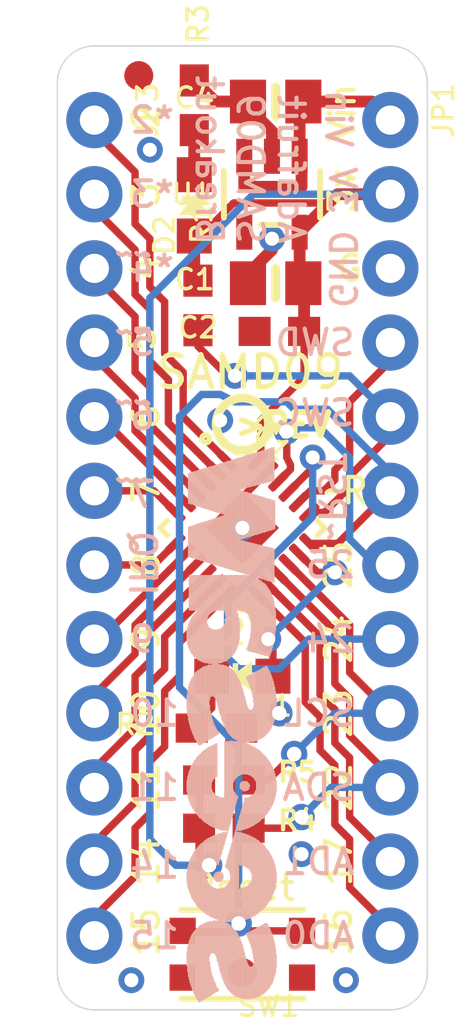
<source format=kicad_pcb>
(kicad_pcb (version 20211014) (generator pcbnew)
  (layers (0 "F.Cu" signal) (31 "B.Cu" signal) (34 "B.Paste" user) (35 "F.Paste" user) (36 "B.SilkS" user "B.Silkscreen") (37 "F.SilkS" user "F.Silkscreen") (38 "B.Mask" user) (39 "F.Mask" user) (44 "Edge.Cuts" user))
  (net 0 "")
  (net 1 "SWDIO")
  (net 2 "SWCLK")
  (net 3 "GND")
  (net 4 "3.3V")
  (net 5 "~{RESET}")
  (net 6 "+5V")
  (net 7 "PA02")
  (net 8 "PA03")
  (net 9 "PA04")
  (net 10 "PA05")
  (net 11 "PA06")
  (net 12 "PA07")
  (net 13 "PA09")
  (net 14 "PA10")
  (net 15 "PA11")
  (net 16 "PA14")
  (net 17 "PA15")
  (net 18 "PA16")
  (net 19 "PA17")
  (net 20 "PA22")
  (net 21 "PA23")
  (net 22 "PA24")
  (net 23 "PA25")
  (net 24 "PA27")
  (net 25 "PA08")
  (net 26 "N$2")
  (net 27 "N$3")
  (footprint "boardEagle:CHIPLED_0805_NOOUTLINE" (layer "F.Cu") (at 148.5011 110.0836 90)
    (fp_text reference "D1" (at -1.016 1.778) (layer "F.SilkS") (effects (font (size 0.692831 0.692831) (thickness 0.119969)) (justify right)))
    (fp_text value "RED")
    (pad "A" smd rect (at 0 1.05 90) (size 1.2 1.2) (layers "F.Cu" "F.Paste" "F.Mask") (net 24 "PA27"))
    (pad "C" smd rect (at 0 -1.05 90) (size 1.2 1.2) (layers "F.Cu" "F.Paste" "F.Mask") (net 26 "N$2"))
  )
  (footprint "boardEagle:0603-NO" (layer "F.Cu") (at 146.9771 97.3836 90)
    (fp_text reference "R1" (at 2.032 0.127 90) (layer "F.SilkS") (effects (font (size 0.692831 0.692831) (thickness 0.119969)) (justify left)))
    (fp_text value "1K")
    (pad "1" smd rect (at -0.85 0 90) (size 1.1 1) (layers "F.Cu" "F.Paste" "F.Mask") (net 2 "SWCLK"))
    (pad "2" smd rect (at 0.85 0 90) (size 1.1 1) (layers "F.Cu" "F.Paste" "F.Mask") (net 4 "3.3V"))
  )
  (footprint "boardEagle:CHIPLED_0805_NOOUTLINE" (layer "F.Cu") (at 146.8501 93.9546)
    (fp_text reference "D2" (at -1.016 1.778 90) (layer "F.SilkS") (effects (font (size 0.692831 0.692831) (thickness 0.119969)) (justify left)))
    (fp_text value "GREEN")
    (pad "A" smd rect (at 0 1.05) (size 1.2 1.2) (layers "F.Cu" "F.Paste" "F.Mask") (net 4 "3.3V"))
    (pad "C" smd rect (at 0 -1.05) (size 1.2 1.2) (layers "F.Cu" "F.Paste" "F.Mask") (net 27 "N$3"))
  )
  (footprint "boardEagle:0603-NO" (layer "F.Cu") (at 147.8661 115.2906)
    (fp_text reference "R4" (at 1.778 0.127) (layer "F.SilkS") (effects (font (size 0.666496 0.666496) (thickness 0.146304)) (justify left bottom)))
    (fp_text value "10k")
    (pad "1" smd rect (at -0.85 0) (size 1.1 1) (layers "F.Cu" "F.Paste" "F.Mask") (net 4 "3.3V"))
    (pad "2" smd rect (at 0.85 0) (size 1.1 1) (layers "F.Cu" "F.Paste" "F.Mask") (net 20 "PA22"))
  )
  (footprint "boardEagle:QFN24_4MM" (layer "F.Cu") (at 148.5011 105.0036 -45)
    (fp_text reference "IC1" (at -2.450001 -2.799996 -225) (layer "F.SilkS") (effects (font (size 0.692831 0.692831) (thickness 0.119969)) (justify left)))
    (fp_text value "ATSAMD09D14A-MU")
    (pad "1" smd roundrect (at -2 -1.25 135) (size 0.8 0.28) (layers "F.Cu" "F.Paste" "F.Mask") (net 7 "PA02"))
    (pad "2" smd roundrect (at -2 -0.75 135) (size 0.8 0.28) (layers "F.Cu" "F.Paste" "F.Mask") (net 8 "PA03"))
    (pad "3" smd roundrect (at -2 -0.25 135) (size 0.8 0.28) (layers "F.Cu" "F.Paste" "F.Mask") (net 9 "PA04"))
    (pad "4" smd roundrect (at -2 0.25 135) (size 0.8 0.28) (layers "F.Cu" "F.Paste" "F.Mask") (net 10 "PA05"))
    (pad "5" smd roundrect (at -2 0.75 135) (size 0.8 0.28) (layers "F.Cu" "F.Paste" "F.Mask") (net 11 "PA06"))
    (pad "6" smd roundrect (at -2 1.25 135) (size 0.8 0.28) (layers "F.Cu" "F.Paste" "F.Mask") (net 12 "PA07"))
    (pad "7" smd roundrect (at -1.25 2 45) (size 0.8 0.28) (layers "F.Cu" "F.Paste" "F.Mask") (net 25 "PA08"))
    (pad "8" smd roundrect (at -0.75 2 45) (size 0.8 0.28) (layers "F.Cu" "F.Paste" "F.Mask") (net 13 "PA09"))
    (pad "9" smd roundrect (at -0.25 2 45) (size 0.8 0.28) (layers "F.Cu" "F.Paste" "F.Mask") (net 14 "PA10"))
    (pad "10" smd roundrect (at 0.25 2 45) (size 0.8 0.28) (layers "F.Cu" "F.Paste" "F.Mask") (net 15 "PA11"))
    (pad "11" smd roundrect (at 0.75 2 45) (size 0.8 0.28) (layers "F.Cu" "F.Paste" "F.Mask") (net 16 "PA14"))
    (pad "12" smd roundrect (at 1.25 2 45) (size 0.8 0.28) (layers "F.Cu" "F.Paste" "F.Mask") (net 17 "PA15"))
    (pad "13" smd roundrect (at 2 1.25 315) (size 0.8 0.28) (layers "F.Cu" "F.Paste" "F.Mask") (net 18 "PA16"))
    (pad "14" smd roundrect (at 2 0.75 315) (size 0.8 0.28) (layers "F.Cu" "F.Paste" "F.Mask") (net 19 "PA17"))
    (pad "15" smd roundrect (at 2 0.25 315) (size 0.8 0.28) (layers "F.Cu" "F.Paste" "F.Mask") (net 20 "PA22"))
    (pad "16" smd roundrect (at 2 -0.25 315) (size 0.8 0.28) (layers "F.Cu" "F.Paste" "F.Mask") (net 21 "PA23"))
    (pad "17" smd roundrect (at 2 -0.75 315) (size 0.8 0.28) (layers "F.Cu" "F.Paste" "F.Mask") (net 24 "PA27"))
    (pad "18" smd roundrect (at 2 -1.25 315) (size 0.8 0.28) (layers "F.Cu" "F.Paste" "F.Mask") (net 5 "~{RESET}"))
    (pad "19" smd roundrect (at 1.25 -2 225) (size 0.8 0.28) (layers "F.Cu" "F.Paste" "F.Mask") (net 2 "SWCLK"))
    (pad "20" smd roundrect (at 0.75 -2 225) (size 0.8 0.28) (layers "F.Cu" "F.Paste" "F.Mask") (net 1 "SWDIO"))
    (pad "21" smd roundrect (at 0.25 -2 225) (size 0.8 0.28) (layers "F.Cu" "F.Paste" "F.Mask") (net 22 "PA24"))
    (pad "22" smd roundrect (at -0.25 -2 225) (size 0.8 0.28) (layers "F.Cu" "F.Paste" "F.Mask") (net 23 "PA25"))
    (pad "23" smd roundrect (at -0.75 -2 225) (size 0.8 0.28) (layers "F.Cu" "F.Paste" "F.Mask") (net 3 "GND"))
    (pad "24" smd roundrect (at -1.25 -2 225) (size 0.8 0.28) (layers "F.Cu" "F.Paste" "F.Mask") (net 4 "3.3V"))
    (pad "THERM" smd rect (at 0 0 315) (size 1.778 1.778) (layers "F.Cu" "F.Mask") (net 3 "GND"))
  )
  (footprint "boardEagle:PCBFEAT-REV-040" (layer "F.Cu") (at 148.5011 101.4476)
    (fp_text reference "U$12" hide)
    (fp_text value "" hide)
    (fp_text user ">REV" (at -0.3556 0.508) (layer "F.SilkS") (effects (font (size 0.8128 0.8128) (thickness 0.2032)) (justify left bottom)))
  )
  (footprint "boardEagle:1X12_ROUND_76MIL" (layer "F.Cu") (at 153.5811 105.0036 -90)
    (fp_text reference "JP1" (at -15.3162 -1.8288 90) (layer "F.SilkS") (effects (font (size 0.692831 0.692831) (thickness 0.119969)) (justify right)))
    (fp_text value "")
    (pad "1" thru_hole circle (at -13.97 0) (size 1.9304 1.9304) (drill 1) (layers *.Cu *.Mask) (net 6 "+5V"))
    (pad "2" thru_hole circle (at -11.43 0) (size 1.9304 1.9304) (drill 1) (layers *.Cu *.Mask) (net 4 "3.3V"))
    (pad "3" thru_hole circle (at -8.89 0) (size 1.9304 1.9304) (drill 1) (layers *.Cu *.Mask) (net 3 "GND"))
    (pad "4" thru_hole circle (at -6.35 0) (size 1.9304 1.9304) (drill 1) (layers *.Cu *.Mask) (net 1 "SWDIO"))
    (pad "5" thru_hole circle (at -3.81 0) (size 1.9304 1.9304) (drill 1) (layers *.Cu *.Mask) (net 2 "SWCLK"))
    (pad "6" thru_hole circle (at -1.27 0) (size 1.9304 1.9304) (drill 1) (layers *.Cu *.Mask) (net 5 "~{RESET}"))
    (pad "7" thru_hole circle (at 1.27 0) (size 1.9304 1.9304) (drill 1) (layers *.Cu *.Mask) (net 23 "PA25"))
    (pad "8" thru_hole circle (at 3.81 0) (size 1.9304 1.9304) (drill 1) (layers *.Cu *.Mask) (net 22 "PA24"))
    (pad "9" thru_hole circle (at 6.35 0) (size 1.9304 1.9304) (drill 1) (layers *.Cu *.Mask) (net 21 "PA23"))
    (pad "10" thru_hole circle (at 8.89 0) (size 1.9304 1.9304) (drill 1) (layers *.Cu *.Mask) (net 20 "PA22"))
    (pad "11" thru_hole circle (at 11.43 0) (size 1.9304 1.9304) (drill 1) (layers *.Cu *.Mask) (net 19 "PA17"))
    (pad "12" thru_hole circle (at 13.97 0) (size 1.9304 1.9304) (drill 1) (layers *.Cu *.Mask) (net 18 "PA16"))
  )
  (footprint "boardEagle:0603-NO" (layer "F.Cu") (at 147.8661 113.6396)
    (fp_text reference "R5" (at 1.778 0.127) (layer "F.SilkS") (effects (font (size 0.666496 0.666496) (thickness 0.146304)) (justify left bottom)))
    (fp_text value "10k")
    (pad "1" smd rect (at -0.85 0) (size 1.1 1) (layers "F.Cu" "F.Paste" "F.Mask") (net 4 "3.3V"))
    (pad "2" smd rect (at 0.85 0) (size 1.1 1) (layers "F.Cu" "F.Paste" "F.Mask") (net 21 "PA23"))
  )
  (footprint "boardEagle:0603-NO" (layer "F.Cu") (at 147.6121 111.8616 180)
    (fp_text reference "R2" (at 2.032 0.127) (layer "F.SilkS") (effects (font (size 0.692831 0.692831) (thickness 0.119969)) (justify right)))
    (fp_text value "1K")
    (pad "1" smd rect (at -0.85 0 180) (size 1.1 1) (layers "F.Cu" "F.Paste" "F.Mask") (net 3 "GND"))
    (pad "2" smd rect (at 0.85 0 180) (size 1.1 1) (layers "F.Cu" "F.Paste" "F.Mask") (net 26 "N$2"))
  )
  (footprint "boardEagle:BTN_KMR2_4.6X2.8" (layer "F.Cu") (at 148.5011 119.6086 180)
    (fp_text reference "SW1" (at -2.032 -1.778) (layer "F.SilkS") (effects (font (size 0.692831 0.692831) (thickness 0.119969)) (justify right)))
    (fp_text value "KMR2")
    (pad "A" smd rect (at 2.05 -0.8 180) (size 0.9 0.9) (layers "F.Cu" "F.Paste" "F.Mask") (net 3 "GND"))
    (pad "A'" smd rect (at -2.05 -0.8 180) (size 0.9 0.9) (layers "F.Cu" "F.Paste" "F.Mask") (net 3 "GND"))
    (pad "B" smd rect (at 2.05 0.8 180) (size 0.9 0.9) (layers "F.Cu" "F.Paste" "F.Mask") (net 5 "~{RESET}"))
    (pad "B'" smd rect (at -2.05 0.8 180) (size 0.9 0.9) (layers "F.Cu" "F.Paste" "F.Mask") (net 5 "~{RESET}"))
  )
  (footprint "boardEagle:FIDUCIAL_1MM" (layer "F.Cu") (at 144.9451 89.5096 -90)
    (fp_text reference "FID2" hide)
    (fp_text value "FIDUCIAL\"\"" hide)
    (pad "1" smd roundrect (at 0 0 270) (size 1 1) (layers "F.Cu" "F.Mask") (roundrect_rratio 0.5))
  )
  (footprint "boardEagle:0603-NO" (layer "F.Cu") (at 149.7711 98.2726 180)
    (fp_text reference "C2" (at 2.032 0.127) (layer "F.SilkS") (effects (font (size 0.692831 0.692831) (thickness 0.119969)) (justify right)))
    (fp_text value "0.1uF")
    (pad "1" smd rect (at -0.85 0 180) (size 1.1 1) (layers "F.Cu" "F.Paste" "F.Mask") (net 4 "3.3V"))
    (pad "2" smd rect (at 0.85 0 180) (size 1.1 1) (layers "F.Cu" "F.Paste" "F.Mask") (net 3 "GND"))
  )
  (footprint "boardEagle:SOT23-5" (layer "F.Cu") (at 149.5171 93.5736 180)
    (fp_text reference "U1" (at 1.978 0) (layer "F.SilkS") (effects (font (size 0.692831 0.692831) (thickness 0.119969)) (justify right)))
    (fp_text value "AP2112K")
    (pad "1" smd rect (at -0.95 1.3001 180) (size 0.55 1.2) (layers "F.Cu" "F.Paste" "F.Mask") (net 6 "+5V"))
    (pad "2" smd rect (at 0 1.3001 180) (size 0.55 1.2) (layers "F.Cu" "F.Paste" "F.Mask") (net 3 "GND"))
    (pad "3" smd rect (at 0.95 1.3001 180) (size 0.55 1.2) (layers "F.Cu" "F.Paste" "F.Mask") (net 6 "+5V"))
    (pad "4" smd rect (at 0.95 -1.3001 180) (size 0.55 1.2) (layers "F.Cu" "F.Paste" "F.Mask"))
    (pad "5" smd rect (at -0.95 -1.3001 180) (size 0.55 1.2) (layers "F.Cu" "F.Paste" "F.Mask") (net 4 "3.3V"))
  )
  (footprint "boardEagle:0805-NO" (layer "F.Cu") (at 149.6441 90.3986 180)
    (fp_text reference "C4" (at 2.032 0.127) (layer "F.SilkS") (effects (font (size 0.692831 0.692831) (thickness 0.119969)) (justify right)))
    (fp_text value "10uF")
    (pad "1" smd rect (at -0.95 0 180) (size 1.24 1.5) (layers "F.Cu" "F.Paste" "F.Mask") (net 6 "+5V"))
    (pad "2" smd rect (at 0.95 0 180) (size 1.24 1.5) (layers "F.Cu" "F.Paste" "F.Mask") (net 3 "GND"))
  )
  (footprint "boardEagle:0805-NO" (layer "F.Cu") (at 149.6441 96.6216 180)
    (fp_text reference "C1" (at 2.032 0.127) (layer "F.SilkS") (effects (font (size 0.692831 0.692831) (thickness 0.119969)) (justify right)))
    (fp_text value "10uF")
    (pad "1" smd rect (at -0.95 0 180) (size 1.24 1.5) (layers "F.Cu" "F.Paste" "F.Mask") (net 4 "3.3V"))
    (pad "2" smd rect (at 0.95 0 180) (size 1.24 1.5) (layers "F.Cu" "F.Paste" "F.Mask") (net 3 "GND"))
  )
  (footprint "boardEagle:FIDUCIAL_1MM" (layer "F.Cu") (at 148.5011 120.2436 -90)
    (fp_text reference "FID1" hide)
    (fp_text value "FIDUCIAL\"\"" hide)
    (pad "1" smd roundrect (at 0 0 270) (size 1 1) (layers "F.Cu" "F.Mask") (roundrect_rratio 0.5))
  )
  (footprint "boardEagle:0603-NO" (layer "F.Cu") (at 146.8501 90.5256 90)
    (fp_text reference "R3" (at 2.032 0.127 90) (layer "F.SilkS") (effects (font (size 0.692831 0.692831) (thickness 0.119969)) (justify left)))
    (fp_text value "1K")
    (pad "1" smd rect (at -0.85 0 90) (size 1.1 1) (layers "F.Cu" "F.Paste" "F.Mask") (net 27 "N$3"))
    (pad "2" smd rect (at 0.85 0 90) (size 1.1 1) (layers "F.Cu" "F.Paste" "F.Mask") (net 3 "GND"))
  )
  (footprint "boardEagle:1X12_ROUND_76MIL" (layer "F.Cu") (at 143.4211 105.0036 -90)
    (fp_text reference "JP3" (at -15.3162 -1.8288 90) (layer "F.SilkS") (effects (font (size 0.692831 0.692831) (thickness 0.119969)) (justify right)))
    (fp_text value "")
    (pad "1" thru_hole circle (at -13.97 0) (size 1.9304 1.9304) (drill 1) (layers *.Cu *.Mask) (net 7 "PA02"))
    (pad "2" thru_hole circle (at -11.43 0) (size 1.9304 1.9304) (drill 1) (layers *.Cu *.Mask) (net 8 "PA03"))
    (pad "3" thru_hole circle (at -8.89 0) (size 1.9304 1.9304) (drill 1) (layers *.Cu *.Mask) (net 9 "PA04"))
    (pad "4" thru_hole circle (at -6.35 0) (size 1.9304 1.9304) (drill 1) (layers *.Cu *.Mask) (net 10 "PA05"))
    (pad "5" thru_hole circle (at -3.81 0) (size 1.9304 1.9304) (drill 1) (layers *.Cu *.Mask) (net 11 "PA06"))
    (pad "6" thru_hole circle (at -1.27 0) (size 1.9304 1.9304) (drill 1) (layers *.Cu *.Mask) (net 12 "PA07"))
    (pad "7" thru_hole circle (at 1.27 0) (size 1.9304 1.9304) (drill 1) (layers *.Cu *.Mask) (net 25 "PA08"))
    (pad "8" thru_hole circle (at 3.81 0) (size 1.9304 1.9304) (drill 1) (layers *.Cu *.Mask) (net 13 "PA09"))
    (pad "9" thru_hole circle (at 6.35 0) (size 1.9304 1.9304) (drill 1) (layers *.Cu *.Mask) (net 14 "PA10"))
    (pad "10" thru_hole circle (at 8.89 0) (size 1.9304 1.9304) (drill 1) (layers *.Cu *.Mask) (net 15 "PA11"))
    (pad "11" thru_hole circle (at 11.43 0) (size 1.9304 1.9304) (drill 1) (layers *.Cu *.Mask) (net 16 "PA14"))
    (pad "12" thru_hole circle (at 13.97 0) (size 1.9304 1.9304) (drill 1) (layers *.Cu *.Mask) (net 17 "PA15"))
  )
  (footprint "boardEagle:SEESAW_LOGO" (layer "B.Cu") (at 146.5961 121.2596 90)
    (fp_text reference "U$7" hide)
    (fp_text value "" hide)
  )
  (gr_line (start 153.5811 88.4936) (end 143.4211 88.4936) (layer "Edge.Cuts") (width 0.05))
  (gr_line (start 142.1511 89.7636) (end 142.1511 120.2436) (layer "Edge.Cuts") (width 0.05))
  (gr_arc (start 153.5811 88.4936) (mid 154.479126 88.865574) (end 154.8511 89.7636) (layer "Edge.Cuts") (width 0.05))
  (gr_arc (start 142.1511 89.7636) (mid 142.523074 88.865574) (end 143.4211 88.4936) (layer "Edge.Cuts") (width 0.05))
  (gr_line (start 154.8511 120.2436) (end 154.8511 89.7636) (layer "Edge.Cuts") (width 0.05))
  (gr_arc (start 143.4211 121.5136) (mid 142.523074 121.141626) (end 142.1511 120.2436) (layer "Edge.Cuts") (width 0.05))
  (gr_arc (start 154.8511 120.2436) (mid 154.479126 121.141626) (end 153.5811 121.5136) (layer "Edge.Cuts") (width 0.05))
  (gr_line (start 143.4211 121.5136) (end 153.5811 121.5136) (layer "Edge.Cuts") (width 0.05))
  (gr_text "~~" (at 145.4531 96.1136) (layer "B.SilkS") (effects (font (size 0.87376 0.87376) (thickness 0.14224)) (justify left bottom mirror)))
  (gr_text "~~" (at 145.4531 103.8606) (layer "B.SilkS") (effects (font (size 0.87376 0.87376) (thickness 0.14224)) (justify left bottom mirror)))
  (gr_text "~~" (at 145.4531 101.1936) (layer "B.SilkS") (effects (font (size 0.87376 0.87376) (thickness 0.14224)) (justify left bottom mirror)))
  (gr_text "24" (at 152.4381 108.8136) (layer "B.SilkS") (effects (font (size 0.87376 0.87376) (thickness 0.14224)) (justify left mirror)))
  (gr_text "10" (at 144.5641 111.3536) (layer "B.SilkS") (effects (font (size 0.87376 0.87376) (thickness 0.14224)) (justify right mirror)))
  (gr_text "GND" (at 151.9301 94.7166 -90) (layer "B.SilkS") (effects (font (size 0.87376 0.87376) (thickness 0.14224)) (justify right mirror)))
  (gr_text "Adafruit\nSAMD09\nBreakout" (at 146.8501 95.3516 -90) (layer "B.SilkS") (effects (font (size 0.87376 0.87376) (thickness 0.14224)) (justify left bottom mirror)))
  (gr_text "IRQ" (at 145.0721 107.4166 -90) (layer "B.SilkS") (effects (font (size 0.87376 0.87376) (thickness 0.14224)) (justify left mirror)))
  (gr_text "3V" (at 151.9301 92.5576 -90) (layer "B.SilkS") (effects (font (size 0.87376 0.87376) (thickness 0.14224)) (justify right mirror)))
  (gr_text "15" (at 144.5641 118.9736) (layer "B.SilkS") (effects (font (size 0.87376 0.87376) (thickness 0.14224)) (justify right mirror)))
  (gr_text "Vin" (at 151.8031 92.0496 -90) (layer "B.SilkS") (effects (font (size 0.87376 0.87376) (thickness 0.14224)) (justify left mirror)))
  (gr_text "~~" (at 145.4531 98.7806) (layer "B.SilkS") (effects (font (size 0.87376 0.87376) (thickness 0.14224)) (justify left bottom mirror)))
  (gr_text "*2" (at 144.5641 91.0336) (layer "B.SilkS") (effects (font (size 0.87376 0.87376) (thickness 0.14224)) (justify right mirror)))
  (gr_text "14" (at 144.5641 116.5606) (layer "B.SilkS") (effects (font (size 0.87376 0.87376) (thickness 0.14224)) (justify right mirror)))
  (gr_text "AD1" (at 152.4381 116.4336) (layer "B.SilkS") (effects (font (size 0.87376 0.87376) (thickness 0.14224)) (justify left mirror)))
  (gr_text "5" (at 144.5641 98.6536) (layer "B.SilkS") (effects (font (size 0.87376 0.87376) (thickness 0.14224)) (justify right mirror)))
  (gr_text "*4" (at 144.5641 96.1136) (layer "B.SilkS") (effects (font (size 0.87376 0.87376) (thickness 0.14224)) (justify right mirror)))
  (gr_text "SDA" (at 152.4381 113.8936) (layer "B.SilkS") (effects (font (size 0.87376 0.87376) (thickness 0.14224)) (justify left mirror)))
  (gr_text "*3" (at 144.5641 93.5736) (layer "B.SilkS") (effects (font (size 0.87376 0.87376) (thickness 0.14224)) (justify right mirror)))
  (gr_text "11" (at 144.5641 113.8936) (layer "B.SilkS") (effects (font (size 0.87376 0.87376) (thickness 0.14224)) (justify right mirror)))
  (gr_text "~RST" (at 151.5491 102.3366 -90) (layer "B.SilkS") (effects (font (size 0.87376 0.87376) (thickness 0.14224)) (justify right mirror)))
  (gr_text "25" (at 152.4381 106.2736) (layer "B.SilkS") (effects (font (size 0.87376 0.87376) (thickness 0.14224)) (justify left mirror)))
  (gr_text "9" (at 144.5641 108.8136) (layer "B.SilkS") (effects (font (size 0.87376 0.87376) (thickness 0.14224)) (justify right mirror)))
  (gr_text "AD0" (at 152.4381 118.9736) (layer "B.SilkS") (effects (font (size 0.87376 0.87376) (thickness 0.14224)) (justify left mirror)))
  (gr_text "SCL" (at 152.4381 111.3536) (layer "B.SilkS") (effects (font (size 0.87376 0.87376) (thickness 0.14224)) (justify left mirror)))
  (gr_text "6" (at 144.5641 101.1936) (layer "B.SilkS") (effects (font (size 0.87376 0.87376) (thickness 0.14224)) (justify right mirror)))
  (gr_text "SWD" (at 152.4381 98.6536) (layer "B.SilkS") (effects (font (size 0.87376 0.87376) (thickness 0.14224)) (justify left mirror)))
  (gr_text "7" (at 144.5641 103.8606) (layer "B.SilkS") (effects (font (size 0.87376 0.87376) (thickness 0.14224)) (justify right mirror)))
  (gr_text "SWC" (at 152.4381 101.0666) (layer "B.SilkS") (effects (font (size 0.87376 0.87376) (thickness 0.14224)) (justify left mirror)))
  (gr_text "22" (at 151.8031 113.8936 90) (layer "F.SilkS") (effects (font (size 0.87376 0.87376) (thickness 0.14224))))
  (gr_text "G" (at 152.1841 96.1136) (layer "F.SilkS") (effects (font (size 0.87376 0.87376) (thickness 0.14224))))
  (gr_text "15" (at 145.1991 118.8466 90) (layer "F.SilkS") (effects (font (size 0.87376 0.87376) (thickness 0.14224))))
  (gr_text "14" (at 145.1991 116.4336 90) (layer "F.SilkS") (effects (font (size 0.87376 0.87376) (thickness 0.14224))))
  (gr_text "6" (at 145.1991 101.1936 90) (layer "F.SilkS") (effects (font (size 0.87376 0.87376) (thickness 0.14224))))
  (gr_text "9" (at 145.1991 108.8136 90) (layer "F.SilkS") (effects (font (size 0.87376 0.87376) (thickness 0.14224))))
  (gr_text "SAMD09" (at 145.4531 100.3046) (layer "F.SilkS") (effects (font (size 1.0922 1.0922) (thickness 0.1778)) (justify left bottom)))
  (gr_text "Vin" (at 151.9301 90.7796 90) (layer "F.SilkS") (effects (font (size 0.87376 0.87376) (thickness 0.14224))))
  (gr_text "17" (at 151.8031 116.4336 90) (layer "F.SilkS") (effects (font (size 0.87376 0.87376) (thickness 0.14224))))
  (gr_text "25" (at 151.8031 106.2736 90) (layer "F.SilkS") (effects (font (size 0.87376 0.87376) (thickness 0.14224))))
  (gr_text "16" (at 151.8031 118.8466 90) (layer "F.SilkS") (effects (font (size 0.87376 0.87376) (thickness 0.14224))))
  (gr_text "10" (at 145.1991 111.3536 90) (layer "F.SilkS") (effects (font (size 0.87376 0.87376) (thickness 0.14224))))
  (gr_text "11" (at 145.1991 113.8936 90) (layer "F.SilkS") (effects (font (size 0.87376 0.87376) (thickness 0.14224))))
  (gr_text "~R" (at 152.0571 103.7336) (layer "F.SilkS") (effects (font (size 0.87376 0.87376) (thickness 0.14224))))
  (gr_text "8" (at 145.1991 106.2736 90) (layer "F.SilkS") (effects (font (size 0.87376 0.87376) (thickness 0.14224))))
  (gr_text "3v" (at 151.9301 93.4466 90) (layer "F.SilkS") (effects (font (size 0.87376 0.87376) (thickness 0.14224))))
  (gr_text "4" (at 145.1991 96.1136 90) (layer "F.SilkS") (effects (font (size 0.87376 0.87376) (thickness 0.14224))))
  (gr_text "7" (at 145.1991 103.7336 90) (layer "F.SilkS") (effects (font (size 0.87376 0.87376) (thickness 0.14224))))
  (gr_text "2" (at 145.1991 90.9066 90) (layer "F.SilkS") (effects (font (size 0.87376 0.87376) (thickness 0.14224))))
  (gr_text "Reset" (at 148.5011 117.3226) (layer "F.SilkS") (effects (font (size 0.87376 0.87376) (thickness 0.14224))))
  (gr_text "3" (at 145.1991 93.5736 90) (layer "F.SilkS") (effects (font (size 0.87376 0.87376) (thickness 0.14224))))
  (gr_text "27" (at 148.6281 108.5596) (layer "F.SilkS") (effects (font (size 0.87376 0.87376) (thickness 0.14224))))
  (gr_text "24" (at 151.8031 108.8136 90) (layer "F.SilkS") (effects (font (size 0.87376 0.87376) (thickness 0.14224))))
  (gr_text "5" (at 145.0721 98.5266 90) (layer "F.SilkS") (effects (font (size 0.87376 0.87376) (thickness 0.14224))))
  (gr_text "23" (at 151.8031 111.3536 90) (layer "F.SilkS") (effects (font (size 0.87376 0.87376) (thickness 0.14224))))
  (segment (start 151.6761 103.3526) (end 151.2951 103.7336) (width 0.254) (layer "F.Cu") (net 1))
  (segment (start 152.1841 100.6856) (end 153.5811 99.2886) (width 0.254) (layer "F.Cu") (net 1))
  (segment (start 153.5811 99.2886) (end 153.5811 98.6536) (width 0.254) (layer "F.Cu") (net 1))
  (segment (start 151.6761 103.01626) (end 151.6761 103.3526) (width 0.254) (layer "F.Cu") (net 1))
  (segment (start 151.6761 103.01626) (end 152.1841 102.50826) (width 0.254) (layer "F.Cu") (net 1))
  (segment (start 151.2951 103.7336) (end 150.831759 103.7336) (width 0.254) (layer "F.Cu") (net 1))
  (segment (start 152.1841 102.50826) (end 152.1841 100.6856) (width 0.254) (layer "F.Cu") (net 1))
  (segment (start 150.831759 103.7336) (end 150.44564 104.119719) (width 0.254) (layer "F.Cu") (net 1))
  (segment (start 148.1201 99.9236) (end 148.2471 99.7966) (width 0.254) (layer "F.Cu") (net 2))
  (segment (start 146.9771 98.2336) (end 146.9771 98.7806) (width 0.254) (layer "F.Cu") (net 2))
  (segment (start 146.9771 98.7806) (end 148.1201 99.9236) (width 0.254) (layer "F.Cu") (net 2))
  (segment (start 152.1841 103.6066) (end 151.317428 104.473272) (width 0.254) (layer "F.Cu") (net 2))
  (segment (start 153.5811 101.8286) (end 153.5811 101.1936) (width 0.254) (layer "F.Cu") (net 2))
  (segment (start 152.1841 103.2256) (end 152.1841 103.6066) (width 0.254) (layer "F.Cu") (net 2))
  (segment (start 152.1841 103.2256) (end 153.5811 101.8286) (width 0.254) (layer "F.Cu") (net 2))
  (segment (start 151.317428 104.473272) (end 150.799196 104.473272) (width 0.254) (layer "F.Cu") (net 2))
  (via (at 148.2471 99.7966) (size 0.889) (drill 0.4826) (layers "F.Cu" "B.Cu") (net 2))
  (segment (start 148.2471 99.7966) (end 152.1841 99.7966) (width 0.254) (layer "B.Cu") (net 2))
  (segment (start 152.1841 99.7966) (end 153.5811 101.1936) (width 0.254) (layer "B.Cu") (net 2))
  (segment (start 148.6941 90.5916) (end 148.6941 90.3986) (width 0.4064) (layer "F.Cu") (net 3))
  (segment (start 148.5011 103.942941) (end 148.5011 105.0036) (width 0.254) (layer "F.Cu") (net 3))
  (segment (start 149.5171 91.4146) (end 148.6941 90.5916) (width 0.4064) (layer "F.Cu") (net 3))
  (segment (start 146.8501 89.6756) (end 147.5731 90.3986) (width 0.4064) (layer "F.Cu") (net 3))
  (segment (start 148.6941 96.3016) (end 149.5171 95.4786) (width 0.4064) (layer "F.Cu") (net 3))
  (segment (start 149.384981 103.05906) (end 148.5011 103.942941) (width 0.254) (layer "F.Cu") (net 3))
  (segment (start 147.5731 90.3986) (end 148.6941 90.3986) (width 0.4064) (layer "F.Cu") (net 3))
  (segment (start 149.5171 95.4786) (end 149.5171 95.0976) (width 0.4064) (layer "F.Cu") (net 3))
  (segment (start 149.5171 92.2735) (end 149.5171 91.4146) (width 0.4064) (layer "F.Cu") (net 3))
  (segment (start 148.6941 96.6216) (end 148.6941 96.3016) (width 0.4064) (layer "F.Cu") (net 3))
  (via (at 152.0571 120.4976) (size 0.889) (drill 0.4826) (layers "F.Cu" "B.Cu") (net 3))
  (via (at 149.5171 95.0976) (size 0.889) (drill 0.4826) (layers "F.Cu" "B.Cu") (net 3))
  (via (at 149.7711 111.3536) (size 0.9064) (drill 0.5) (layers "F.Cu" "B.Cu") (net 3))
  (via (at 150.5331 116.1796) (size 0.889) (drill 0.4826) (layers "F.Cu" "B.Cu") (net 3))
  (via (at 148.5011 105.0036) (size 0.889) (drill 0.4826) (layers "F.Cu" "B.Cu") (net 3))
  (via (at 147.7391 101.3206) (size 0.889) (drill 0.4826) (layers "F.Cu" "B.Cu") (net 3))
  (via (at 144.6911 120.4976) (size 0.889) (drill 0.4826) (layers "F.Cu" "B.Cu") (net 3))
  (via (at 145.3261 92.0496) (size 0.889) (drill 0.4826) (layers "F.Cu" "B.Cu") (net 3))
  (segment (start 146.9771 94.9706) (end 147.1381 94.9706) (width 0.254) (layer "F.Cu") (net 4))
  (segment (start 150.6211 99.8356) (end 150.6211 98.2726) (width 0.254) (layer "F.Cu") (net 4))
  (segment (start 151.46765 93.87315) (end 150.4671 94.8737) (width 0.4064) (layer "F.Cu") (net 4))
  (segment (start 147.0161 115.2906) (end 147.0161 114.5676) (width 0.254) (layer "F.Cu") (net 4))
  (segment (start 149.1361 101.3206) (end 150.6211 99.8356) (width 0.254) (layer "F.Cu") (net 4))
  (segment (start 147.1381 94.9706) (end 147.1041 95.0046) (width 0.254) (layer "F.Cu") (net 4))
  (segment (start 149.031428 102.705504) (end 149.1361 102.600832) (width 0.254) (layer "F.Cu") (net 4))
  (segment (start 147.0161 115.2906) (end 147.0161 113.6396) (width 0.254) (layer "F.Cu") (net 4))
  (segment (start 146.8501 95.0046) (end 146.8501 96.6606) (width 0.4064) (layer "F.Cu") (net 4))
  (segment (start 147.0161 116.2186) (end 147.0161 115.2906) (width 0.254) (layer "F.Cu") (net 4))
  (segment (start 148.20155 93.87315) (end 147.0701 95.0046) (width 0.254) (layer "F.Cu") (net 4))
  (segment (start 147.0701 95.0046) (end 146.8501 95.0046) (width 0.254) (layer "F.Cu") (net 4))
  (segment (start 151.7672 93.5736) (end 153.5811 93.5736) (width 0.4064) (layer "F.Cu") (net 4))
  (segment (start 149.1361 102.600832) (end 149.1361 101.3206) (width 0.254) (layer "F.Cu") (net 4))
  (segment (start 150.4671 96.7486) (end 150.6211 96.7486) (width 0.4064) (layer "F.Cu") (net 4))
  (segment (start 151.7672 93.5736) (end 151.46765 93.87315) (width 0.4064) (layer "F.Cu") (net 4))
  (segment (start 150.6211 96.7486) (end 150.6211 98.2726) (width 0.4064) (layer "F.Cu") (net 4))
  (segment (start 147.1041 95.0046) (end 146.8501 95.0046) (width 0.254) (layer "F.Cu") (net 4))
  (segment (start 146.8501 96.6606) (end 146.9771 96.5336) (width 0.4064) (layer "F.Cu") (net 4))
  (segment (start 150.4671 96.7486) (end 150.5941 96.6216) (width 0.4064) (layer "F.Cu") (net 4))
  (segment (start 148.20155 93.87315) (end 151.46765 93.87315) (width 0.254) (layer "F.Cu") (net 4))
  (segment (start 150.4671 94.8737) (end 150.4671 96.7486) (width 0.4064) (layer "F.Cu") (net 4))
  (segment (start 147.3581 116.5606) (end 147.0161 116.2186) (width 0.254) (layer "F.Cu") (net 4))
  (via (at 147.3581 116.5606) (size 0.9064) (drill 0.5) (layers "F.Cu" "B.Cu") (net 4))
  (segment (start 145.3261 97.1296) (end 145.3261 115.6716) (width 0.254) (layer "B.Cu") (net 4))
  (segment (start 145.3261 115.6716) (end 146.2151 116.5606) (width 0.254) (layer "B.Cu") (net 4))
  (segment (start 148.8821 93.5736) (end 145.3261 97.1296) (width 0.254) (layer "B.Cu") (net 4))
  (segment (start 153.5811 93.5736) (end 148.8821 93.5736) (width 0.254) (layer "B.Cu") (net 4))
  (segment (start 146.2151 116.5606) (end 147.3581 116.5606) (width 0.254) (layer "B.Cu") (net 4))
  (segment (start 150.799196 105.533932) (end 151.780768 105.533932) (width 0.254) (layer "F.Cu") (net 5))
  (segment (start 148.6281 118.8086) (end 148.3741 118.5546) (width 0.254) (layer "F.Cu") (net 5))
  (segment (start 146.4891 118.8466) (end 148.0821 118.8466) (width 0.254) (layer "F.Cu") (net 5))
  (segment (start 146.4511 118.8086) (end 146.4891 118.8466) (width 0.254) (layer "F.Cu") (net 5))
  (segment (start 148.0821 118.8466) (end 148.3741 118.5546) (width 0.254) (layer "F.Cu") (net 5))
  (segment (start 151.780768 105.533932) (end 153.5811 103.7336) (width 0.254) (layer "F.Cu") (net 5))
  (segment (start 150.5511 118.8086) (end 148.6281 118.8086) (width 0.254) (layer "F.Cu") (net 5))
  (via (at 148.3741 118.5546) (size 0.9064) (drill 0.5) (layers "F.Cu" "B.Cu") (net 5))
  (segment (start 150.0251 100.6856) (end 148.2471 100.6856) (width 0.254) (layer "B.Cu") (net 5))
  (segment (start 146.3421 101.1936) (end 146.3421 110.4646) (width 0.254) (layer "B.Cu") (net 5))
  (segment (start 153.5811 103.7336) (end 153.5811 103.0986) (width 0.254) (layer "B.Cu") (net 5))
  (segment (start 146.3421 110.4646) (end 148.3741 112.4966) (width 0.254) (layer "B.Cu") (net 5))
  (segment (start 148.2471 100.6856) (end 147.7391 100.4316) (width 0.254) (layer "B.Cu") (net 5))
  (segment (start 147.1041 100.4316) (end 146.3421 101.1936) (width 0.254) (layer "B.Cu") (net 5))
  (segment (start 148.3741 112.4966) (end 148.3741 118.5546) (width 0.254) (layer "B.Cu") (net 5))
  (segment (start 147.7391 100.4316) (end 147.1041 100.4316) (width 0.254) (layer "B.Cu") (net 5))
  (segment (start 151.4221 100.9396) (end 150.2791 100.9396) (width 0.254) (layer "B.Cu") (net 5))
  (segment (start 153.5811 103.0986) (end 151.4221 100.9396) (width 0.254) (layer "B.Cu") (net 5))
  (segment (start 150.2791 100.9396) (end 150.0251 100.6856) (width 0.254) (layer "B.Cu") (net 5))
  (segment (start 148.5671 93.3196) (end 150.5331 93.3196) (width 0.4064) (layer "F.Cu") (net 6))
  (segment (start 150.5941 90.3986) (end 152.9461 90.3986) (width 0.4064) (layer "F.Cu") (net 6))
  (segment (start 150.5331 93.3196) (end 150.5331 92.2735) (width 0.4064) (layer "F.Cu") (net 6))
  (segment (start 152.9461 90.3986) (end 153.5811 91.0336) (width 0.4064) (layer "F.Cu") (net 6))
  (segment (start 150.4671 90.5256) (end 150.4671 92.2735) (width 0.4064) (layer "F.Cu") (net 6))
  (segment (start 150.5331 92.2735) (end 150.4671 92.2735) (width 0.4064) (layer "F.Cu") (net 6))
  (segment (start 148.5671 92.2735) (end 148.5671 93.3196) (width 0.4064) (layer "F.Cu") (net 6))
  (segment (start 150.5941 90.3986) (end 150.4671 90.5256) (width 0.4064) (layer "F.Cu") (net 6))
  (segment (start 145.8341 99.0346) (end 145.8341 97.2566) (width 0.254) (layer "F.Cu") (net 7))
  (segment (start 145.3261 95.0976) (end 144.8181 94.5896) (width 0.254) (layer "F.Cu") (net 7))
  (segment (start 146.4691 99.6696) (end 145.8341 99.0346) (width 0.254) (layer "F.Cu") (net 7))
  (segment (start 145.8341 97.2566) (end 145.3261 96.7486) (width 0.254) (layer "F.Cu") (net 7))
  (segment (start 145.3261 96.7486) (end 145.3261 95.0976) (width 0.254) (layer "F.Cu") (net 7))
  (segment (start 144.8181 92.8116) (end 143.4211 91.4146) (width 0.254) (layer "F.Cu") (net 7))
  (segment (start 146.4691 101.203835) (end 146.4691 99.6696) (width 0.254) (layer "F.Cu") (net 7))
  (segment (start 144.8181 94.5896) (end 144.8181 92.8116) (width 0.254) (layer "F.Cu") (net 7))
  (segment (start 143.4211 91.4146) (end 143.4211 91.0336) (width 0.254) (layer "F.Cu") (net 7))
  (segment (start 147.970768 102.705504) (end 146.4691 101.203835) (width 0.254) (layer "F.Cu") (net 7))
  (segment (start 145.3261 97.5106) (end 144.8181 97.0026) (width 0.254) (layer "F.Cu") (net 8))
  (segment (start 147.617215 103.05906) (end 145.9611 101.402944) (width 0.254) (layer "F.Cu") (net 8))
  (segment (start 143.4211 94.0816) (end 143.4211 93.5736) (width 0.254) (layer "F.Cu") (net 8))
  (segment (start 144.8181 97.0026) (end 144.8181 95.4786) (width 0.254) (layer "F.Cu") (net 8))
  (segment (start 145.9611 99.9236) (end 145.3261 99.2886) (width 0.254) (layer "F.Cu") (net 8))
  (segment (start 145.9611 101.402944) (end 145.9611 99.9236) (width 0.254) (layer "F.Cu") (net 8))
  (segment (start 144.8181 95.4786) (end 143.4211 94.0816) (width 0.254) (layer "F.Cu") (net 8))
  (segment (start 145.3261 99.2886) (end 145.3261 97.5106) (width 0.254) (layer "F.Cu") (net 8))
  (segment (start 144.8181 99.6696) (end 144.8181 97.7646) (width 0.254) (layer "F.Cu") (net 9))
  (segment (start 147.263662 103.412613) (end 145.3261 101.47505) (width 0.254) (layer "F.Cu") (net 9))
  (segment (start 143.4211 96.3676) (end 143.4211 96.1136) (width 0.254) (layer "F.Cu") (net 9))
  (segment (start 145.3261 100.1776) (end 144.8181 99.6696) (width 0.254) (layer "F.Cu") (net 9))
  (segment (start 145.3261 101.47505) (end 145.3261 100.1776) (width 0.254) (layer "F.Cu") (net 9))
  (segment (start 144.8181 97.7646) (end 143.4211 96.3676) (width 0.254) (layer "F.Cu") (net 9))
  (segment (start 146.910109 103.766166) (end 144.8181 101.674157) (width 0.254) (layer "F.Cu") (net 10))
  (segment (start 144.8181 101.674157) (end 144.8181 100.5586) (width 0.254) (layer "F.Cu") (net 10))
  (segment (start 144.8181 100.5586) (end 143.4211 99.1616) (width 0.254) (layer "F.Cu") (net 10))
  (segment (start 143.4211 99.1616) (end 143.4211 98.6536) (width 0.254) (layer "F.Cu") (net 10))
  (segment (start 143.630437 101.1936) (end 143.4211 101.1936) (width 0.254) (layer "F.Cu") (net 11))
  (segment (start 146.556556 104.119719) (end 143.630437 101.1936) (width 0.254) (layer "F.Cu") (net 11))
  (segment (start 146.203 104.473272) (end 145.463328 103.7336) (width 0.254) (layer "F.Cu") (net 12))
  (segment (start 145.463328 103.7336) (end 143.4211 103.7336) (width 0.254) (layer "F.Cu") (net 12))
  (segment (start 146.556556 105.887485) (end 143.63044 108.8136) (width 0.254) (layer "F.Cu") (net 13))
  (segment (start 143.63044 108.8136) (end 143.4211 108.8136) (width 0.254) (layer "F.Cu") (net 13))
  (segment (start 143.4211 110.7186) (end 143.4211 111.3536) (width 0.254) (layer "F.Cu") (net 14))
  (segment (start 144.8181 109.3216) (end 143.4211 110.7186) (width 0.254) (layer "F.Cu") (net 14))
  (segment (start 146.910109 106.241038) (end 144.8181 108.333047) (width 0.254) (layer "F.Cu") (net 14))
  (segment (start 144.8181 108.333047) (end 144.8181 109.3216) (width 0.254) (layer "F.Cu") (net 14))
  (segment (start 143.4211 113.2586) (end 143.4211 113.8936) (width 0.254) (layer "F.Cu") (net 15))
  (segment (start 144.8181 110.0836) (end 144.8181 111.8616) (width 0.254) (layer "F.Cu") (net 15))
  (segment (start 145.3261 109.5756) (end 144.8181 110.0836) (width 0.254) (layer "F.Cu") (net 15))
  (segment (start 144.8181 111.8616) (end 143.4211 113.2586) (width 0.254) (layer "F.Cu") (net 15))
  (segment (start 145.3261 108.532154) (end 145.3261 109.5756) (width 0.254) (layer "F.Cu") (net 15))
  (segment (start 147.263662 106.594591) (end 145.3261 108.532154) (width 0.254) (layer "F.Cu") (net 15))
  (segment (start 143.4211 115.7986) (end 143.4211 116.4336) (width 0.254) (layer "F.Cu") (net 16))
  (segment (start 145.8341 108.73126) (end 145.8341 109.8296) (width 0.254) (layer "F.Cu") (net 16))
  (segment (start 144.8181 114.4016) (end 143.4211 115.7986) (width 0.254) (layer "F.Cu") (net 16))
  (segment (start 145.3261 112.1156) (end 144.8181 112.6236) (width 0.254) (layer "F.Cu") (net 16))
  (segment (start 144.8181 112.6236) (end 144.8181 114.4016) (width 0.254) (layer "F.Cu") (net 16))
  (segment (start 147.617215 106.948144) (end 145.8341 108.73126) (width 0.254) (layer "F.Cu") (net 16))
  (segment (start 145.3261 110.3376) (end 145.3261 112.1156) (width 0.254) (layer "F.Cu") (net 16))
  (segment (start 145.8341 109.8296) (end 145.3261 110.3376) (width 0.254) (layer "F.Cu") (net 16))
  (segment (start 145.3261 114.7826) (end 144.8181 115.2906) (width 0.254) (layer "F.Cu") (net 17))
  (segment (start 145.8341 110.5916) (end 145.8341 112.4966) (width 0.254) (layer "F.Cu") (net 17))
  (segment (start 143.4211 118.3386) (end 143.4211 118.9736) (width 0.254) (layer "F.Cu") (net 17))
  (segment (start 146.3421 108.930369) (end 146.3421 110.0836) (width 0.254) (layer "F.Cu") (net 17))
  (segment (start 145.8341 112.4966) (end 145.3261 113.0046) (width 0.254) (layer "F.Cu") (net 17))
  (segment (start 144.8181 115.2906) (end 144.8181 116.9416) (width 0.254) (layer "F.Cu") (net 17))
  (segment (start 146.3421 110.0836) (end 145.8341 110.5916) (width 0.254) (layer "F.Cu") (net 17))
  (segment (start 144.8181 116.9416) (end 143.4211 118.3386) (width 0.254) (layer "F.Cu") (net 17))
  (segment (start 145.3261 113.0046) (end 145.3261 114.7826) (width 0.254) (layer "F.Cu") (net 17))
  (segment (start 147.970768 107.3017) (end 146.3421 108.930369) (width 0.254) (layer "F.Cu") (net 17))
  (segment (start 150.6601 108.930372) (end 150.6601 110.9726) (width 0.254) (layer "F.Cu") (net 18))
  (segment (start 151.1681 111.4806) (end 151.1681 112.6236) (width 0.254) (layer "F.Cu") (net 18))
  (segment (start 149.031428 107.3017) (end 150.6601 108.930372) (width 0.254) (layer "F.Cu") (net 18))
  (segment (start 151.6761 113.1316) (end 151.6761 115.1636) (width 0.254) (layer "F.Cu") (net 18))
  (segment (start 152.1841 115.6716) (end 152.1841 117.3226) (width 0.254) (layer "F.Cu") (net 18))
  (segment (start 151.1681 112.6236) (end 151.6761 113.1316) (width 0.254) (layer "F.Cu") (net 18))
  (segment (start 153.5811 118.7196) (end 153.5811 118.9736) (width 0.254) (layer "F.Cu") (net 18))
  (segment (start 150.6601 110.9726) (end 151.1681 111.4806) (width 0.254) (layer "F.Cu") (net 18))
  (segment (start 152.1841 117.3226) (end 153.5811 118.7196) (width 0.254) (layer "F.Cu") (net 18))
  (segment (start 151.6761 115.1636) (end 152.1841 115.6716) (width 0.254) (layer "F.Cu") (net 18))
  (segment (start 153.5811 116.3066) (end 153.5811 116.4336) (width 0.254) (layer "F.Cu") (net 19))
  (segment (start 152.1841 112.8776) (end 152.1841 114.9096) (width 0.254) (layer "F.Cu") (net 19))
  (segment (start 149.384981 106.948144) (end 151.1681 108.731263) (width 0.254) (layer "F.Cu") (net 19))
  (segment (start 151.1681 108.731263) (end 151.1681 110.7186) (width 0.254) (layer "F.Cu") (net 19))
  (segment (start 152.1841 114.9096) (end 153.5811 116.3066) (width 0.254) (layer "F.Cu") (net 19))
  (segment (start 151.6761 111.2266) (end 151.6761 112.3696) (width 0.254) (layer "F.Cu") (net 19))
  (segment (start 151.6761 112.3696) (end 152.1841 112.8776) (width 0.254) (layer "F.Cu") (net 19))
  (segment (start 151.1681 110.7186) (end 151.6761 111.2266) (width 0.254) (layer "F.Cu") (net 19))
  (segment (start 151.6761 110.3376) (end 152.1841 110.8456) (width 0.254) (layer "F.Cu") (net 20))
  (segment (start 152.1841 110.8456) (end 152.1841 112.1156) (width 0.254) (layer "F.Cu") (net 20))
  (segment (start 152.1841 112.1156) (end 153.5811 113.5126) (width 0.254) (layer "F.Cu") (net 20))
  (segment (start 153.5811 113.5126) (end 153.5811 113.8936) (width 0.254) (layer "F.Cu") (net 20))
  (segment (start 149.738534 106.594591) (end 151.6761 108.532157) (width 0.254) (layer "F.Cu") (net 20))
  (segment (start 150.1521 115.2906) (end 150.5331 114.9096) (width 0.254) (layer "F.Cu") (net 20))
  (segment (start 148.7161 115.2906) (end 150.1521 115.2906) (width 0.254) (layer "F.Cu") (net 20))
  (segment (start 151.6761 108.532157) (end 151.6761 110.3376) (width 0.254) (layer "F.Cu") (net 20))
  (via (at 150.5331 114.9096) (size 0.9064) (drill 0.5) (layers "F.Cu" "B.Cu") (net 20))
  (segment (start 151.5491 113.8936) (end 153.5811 113.8936) (width 0.254) (layer "B.Cu") (net 20))
  (segment (start 150.5331 114.9096) (end 151.5491 113.8936) (width 0.254) (layer "B.Cu") (net 20))
  (segment (start 150.092087 106.241038) (end 152.1841 108.33305) (width 0.254) (layer "F.Cu") (net 21))
  (segment (start 152.1841 109.9566) (end 153.5811 111.3536) (width 0.254) (layer "F.Cu") (net 21))
  (segment (start 149.3901 113.6396) (end 150.2791 112.7506) (width 0.254) (layer "F.Cu") (net 21))
  (segment (start 152.1841 108.33305) (end 152.1841 109.9566) (width 0.254) (layer "F.Cu") (net 21))
  (segment (start 148.7161 113.6396) (end 149.3901 113.6396) (width 0.254) (layer "F.Cu") (net 21))
  (via (at 150.2791 112.7506) (size 0.9064) (drill 0.5) (layers "F.Cu" "B.Cu") (net 21))
  (segment (start 151.6761 111.3536) (end 153.5811 111.3536) (width 0.254) (layer "B.Cu") (net 21))
  (segment (start 150.2791 112.7506) (end 151.6761 111.3536) (width 0.254) (layer "B.Cu") (net 21))
  (segment (start 150.9141 102.944154) (end 150.9141 102.5906) (width 0.254) (layer "F.Cu") (net 22))
  (segment (start 150.092087 103.766166) (end 150.9141 102.944154) (width 0.254) (layer "F.Cu") (net 22))
  (via (at 150.9141 102.5906) (size 0.889) (drill 0.4826) (layers "F.Cu" "B.Cu") (net 22))
  (segment (start 150.7871 108.8136) (end 149.7711 109.8296) (width 0.254) (layer "B.Cu") (net 22))
  (segment (start 149.7711 109.8296) (end 148.3741 109.8296) (width 0.254) (layer "B.Cu") (net 22))
  (segment (start 150.9141 104.6226) (end 150.9141 102.5906) (width 0.254) (layer "B.Cu") (net 22))
  (segment (start 148.3741 109.8296) (end 147.9931 109.4486) (width 0.254) (layer "B.Cu") (net 22))
  (segment (start 150.7871 108.8136) (end 153.5811 108.8136) (width 0.254) (layer "B.Cu") (net 22))
  (segment (start 147.9931 107.5436) (end 150.9141 104.6226) (width 0.254) (layer "B.Cu") (net 22))
  (segment (start 147.9931 109.4486) (end 147.9931 107.5436) (width 0.254) (layer "B.Cu") (net 22))
  (segment (start 149.738534 103.412613) (end 150.1521 102.999047) (width 0.254) (layer "F.Cu") (net 23))
  (segment (start 150.1521 102.999047) (end 150.1521 102.8446) (width 0.254) (layer "F.Cu") (net 23))
  (segment (start 150.1521 102.8446) (end 150.0251 102.5906) (width 0.254) (layer "F.Cu") (net 23))
  (segment (start 150.0251 102.5906) (end 150.0251 101.7016) (width 0.254) (layer "F.Cu") (net 23))
  (via (at 150.0251 101.7016) (size 0.889) (drill 0.4826) (layers "F.Cu" "B.Cu") (net 23))
  (segment (start 152.1841 105.3846) (end 152.1841 102.5906) (width 0.254) (layer "B.Cu") (net 23))
  (segment (start 153.0731 106.2736) (end 152.1841 105.3846) (width 0.254) (layer "B.Cu") (net 23))
  (segment (start 152.1841 102.5906) (end 151.1681 101.5746) (width 0.254) (layer "B.Cu") (net 23))
  (segment (start 153.5811 106.2736) (end 153.0731 106.2736) (width 0.254) (layer "B.Cu") (net 23))
  (segment (start 150.1521 101.5746) (end 150.0251 101.7016) (width 0.254) (layer "B.Cu") (net 23))
  (segment (start 151.1681 101.5746) (end 150.1521 101.5746) (width 0.254) (layer "B.Cu") (net 23))
  (segment (start 149.5511 110.0836) (end 149.5511 108.9746) (width 0.254) (layer "F.Cu") (net 24))
  (segment (start 151.6761 106.5276) (end 151.085756 106.5276) (width 0.254) (layer "F.Cu") (net 24))
  (segment (start 149.5511 108.9746) (end 149.3901 108.8136) (width 0.254) (layer "F.Cu") (net 24))
  (segment (start 151.085756 106.5276) (end 150.44564 105.887485) (width 0.254) (layer "F.Cu") (net 24))
  (via (at 149.3901 108.8136) (size 0.889) (drill 0.4826) (layers "F.Cu" "B.Cu") (net 24))
  (via (at 151.6761 106.5276) (size 0.889) (drill 0.4826) (layers "F.Cu" "B.Cu") (net 24))
  (segment (start 149.3901 108.8136) (end 151.6761 106.5276) (width 0.254) (layer "B.Cu") (net 24))
  (segment (start 145.463331 106.2736) (end 143.4211 106.2736) (width 0.254) (layer "F.Cu") (net 25))
  (segment (start 146.203 105.533932) (end 145.463331 106.2736) (width 0.254) (layer "F.Cu") (net 25))
  (segment (start 147.4511 111.1726) (end 147.4511 110.0836) (width 0.254) (layer "F.Cu") (net 26))
  (segment (start 147.5511 110.1836) (end 147.4511 110.0836) (width 0.254) (layer "F.Cu") (net 26))
  (segment (start 146.7621 111.8616) (end 147.4511 111.1726) (width 0.254) (layer "F.Cu") (net 26))
  (segment (start 146.8501 92.9046) (end 146.8501 91.3756) (width 0.4064) (layer "F.Cu") (net 27))
)
</source>
